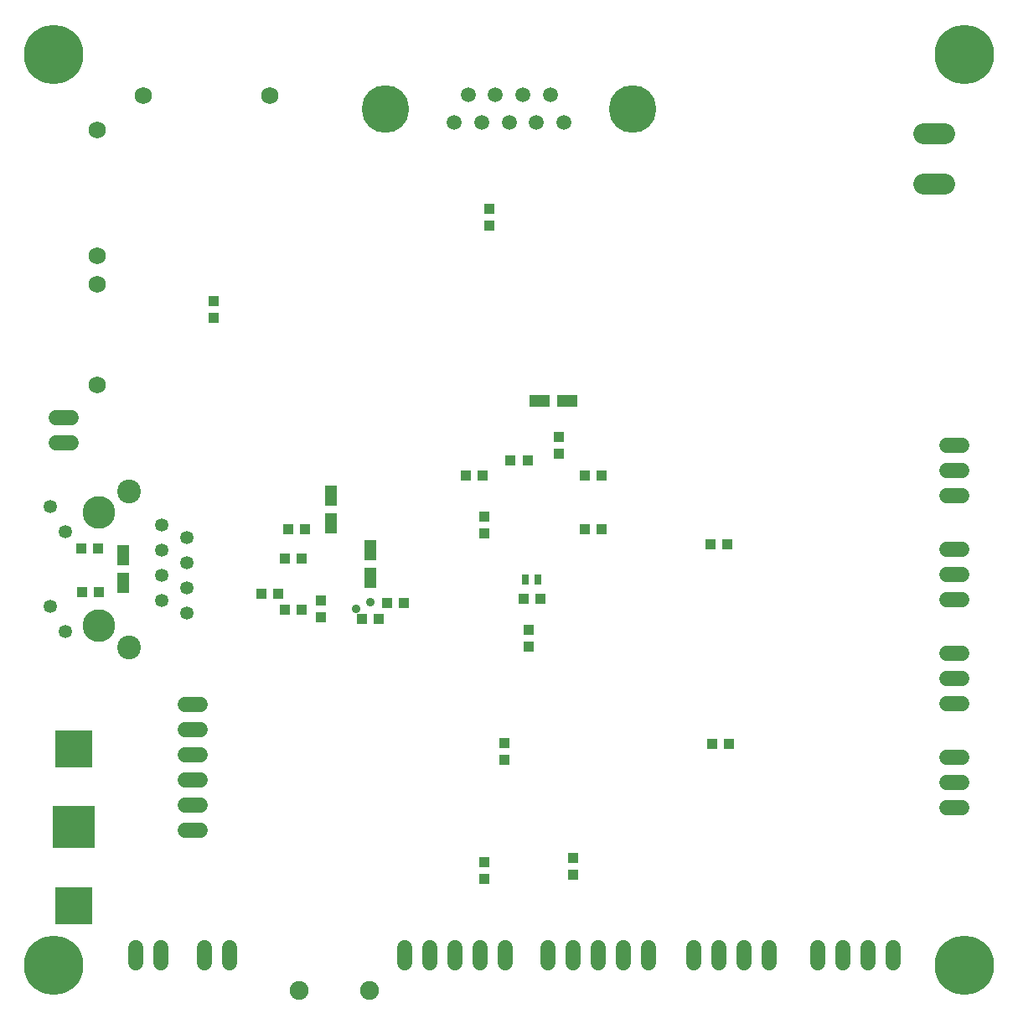
<source format=gbs>
G75*
%MOIN*%
%OFA0B0*%
%FSLAX25Y25*%
%IPPOS*%
%LPD*%
%AMOC8*
5,1,8,0,0,1.08239X$1,22.5*
%
%ADD10C,0.06000*%
%ADD11C,0.07480*%
%ADD12C,0.06900*%
%ADD13C,0.08250*%
%ADD14R,0.03937X0.04331*%
%ADD15R,0.04331X0.03937*%
%ADD16C,0.23622*%
%ADD17C,0.05315*%
%ADD18C,0.09449*%
%ADD19C,0.12992*%
%ADD20R,0.04724X0.07874*%
%ADD21C,0.05906*%
%ADD22C,0.18898*%
%ADD23R,0.02520X0.04016*%
%ADD24R,0.07874X0.04724*%
%ADD25R,0.15000X0.15000*%
%ADD26R,0.17000X0.17000*%
%ADD27C,0.03543*%
D10*
X0100931Y0070894D02*
X0100931Y0076894D01*
X0110931Y0076894D02*
X0110931Y0070894D01*
X0128490Y0070894D02*
X0128490Y0076894D01*
X0138490Y0076894D02*
X0138490Y0070894D01*
X0126647Y0123697D02*
X0120647Y0123697D01*
X0120647Y0133697D02*
X0126647Y0133697D01*
X0126647Y0143697D02*
X0120647Y0143697D01*
X0120647Y0153697D02*
X0126647Y0153697D01*
X0126647Y0163697D02*
X0120647Y0163697D01*
X0120647Y0173697D02*
X0126647Y0173697D01*
X0207978Y0076894D02*
X0207978Y0070894D01*
X0217978Y0070894D02*
X0217978Y0076894D01*
X0227978Y0076894D02*
X0227978Y0070894D01*
X0237978Y0070894D02*
X0237978Y0076894D01*
X0247978Y0076894D02*
X0247978Y0070894D01*
X0265096Y0070894D02*
X0265096Y0076894D01*
X0275096Y0076894D02*
X0275096Y0070894D01*
X0285096Y0070894D02*
X0285096Y0076894D01*
X0295096Y0076894D02*
X0295096Y0070894D01*
X0305096Y0070894D02*
X0305096Y0076894D01*
X0323214Y0076894D02*
X0323214Y0070894D01*
X0333214Y0070894D02*
X0333214Y0076894D01*
X0343214Y0076894D02*
X0343214Y0070894D01*
X0353214Y0070894D02*
X0353214Y0076894D01*
X0372427Y0076894D02*
X0372427Y0070894D01*
X0382427Y0070894D02*
X0382427Y0076894D01*
X0392427Y0076894D02*
X0392427Y0070894D01*
X0402427Y0070894D02*
X0402427Y0076894D01*
X0423797Y0132791D02*
X0429797Y0132791D01*
X0429797Y0142791D02*
X0423797Y0142791D01*
X0423797Y0152791D02*
X0429797Y0152791D01*
X0429797Y0174130D02*
X0423797Y0174130D01*
X0423797Y0184130D02*
X0429797Y0184130D01*
X0429797Y0194130D02*
X0423797Y0194130D01*
X0423797Y0215469D02*
X0429797Y0215469D01*
X0429797Y0225469D02*
X0423797Y0225469D01*
X0423797Y0235469D02*
X0429797Y0235469D01*
X0429797Y0256807D02*
X0423797Y0256807D01*
X0423797Y0266807D02*
X0429797Y0266807D01*
X0429797Y0276807D02*
X0423797Y0276807D01*
X0075466Y0277555D02*
X0069466Y0277555D01*
X0069466Y0287555D02*
X0075466Y0287555D01*
D11*
X0166069Y0060114D03*
X0194218Y0060114D03*
D12*
X0085784Y0300644D03*
X0085784Y0340844D03*
X0085784Y0351943D03*
X0085784Y0402143D03*
X0104059Y0415694D03*
X0154259Y0415694D03*
D13*
X0414483Y0400823D02*
X0422733Y0400823D01*
X0422733Y0380823D02*
X0414483Y0380823D01*
D14*
X0269317Y0279996D03*
X0269317Y0273303D03*
X0239789Y0248500D03*
X0239789Y0241807D03*
X0207702Y0214051D03*
X0201009Y0214051D03*
X0174828Y0215035D03*
X0174828Y0208343D03*
X0247663Y0158343D03*
X0247663Y0151650D03*
X0239789Y0111098D03*
X0239789Y0104406D03*
X0275222Y0105980D03*
X0275222Y0112673D03*
X0086443Y0218382D03*
X0079750Y0218382D03*
X0079356Y0235705D03*
X0086049Y0235705D03*
X0131915Y0327240D03*
X0131915Y0333933D03*
X0241757Y0363854D03*
X0241757Y0370547D03*
D15*
X0250222Y0270744D03*
X0256915Y0270744D03*
X0239198Y0264839D03*
X0232506Y0264839D03*
X0279750Y0264839D03*
X0286443Y0264839D03*
X0286443Y0243185D03*
X0279750Y0243185D03*
X0262033Y0215626D03*
X0255340Y0215626D03*
X0257506Y0203224D03*
X0257506Y0196531D03*
X0197860Y0207752D03*
X0191167Y0207752D03*
X0167151Y0211295D03*
X0160458Y0211295D03*
X0157702Y0217594D03*
X0151009Y0217594D03*
X0160458Y0231768D03*
X0167151Y0231768D03*
X0168332Y0243185D03*
X0161639Y0243185D03*
X0329750Y0237280D03*
X0336443Y0237280D03*
X0337230Y0158146D03*
X0330537Y0158146D03*
D16*
X0068529Y0069957D03*
X0430734Y0069957D03*
X0430734Y0432161D03*
X0068529Y0432161D03*
D17*
X0066956Y0252337D03*
X0072942Y0242344D03*
X0066958Y0212541D03*
X0072940Y0202534D03*
X0111242Y0214940D03*
X0111242Y0224940D03*
X0111242Y0234940D03*
X0111242Y0244940D03*
X0121242Y0239940D03*
X0121242Y0229940D03*
X0121242Y0219940D03*
X0121242Y0209940D03*
D18*
X0098249Y0196436D03*
X0098249Y0258444D03*
D19*
X0086242Y0249940D03*
X0086242Y0204940D03*
D20*
X0096088Y0221925D03*
X0096088Y0232949D03*
X0178765Y0245547D03*
X0178765Y0256571D03*
X0194513Y0234917D03*
X0194513Y0223894D03*
D21*
X0227820Y0404917D03*
X0238726Y0404917D03*
X0249631Y0404917D03*
X0260537Y0404917D03*
X0271443Y0404917D03*
X0265990Y0416098D03*
X0255084Y0416098D03*
X0244179Y0416098D03*
X0233273Y0416098D03*
D22*
X0200439Y0410508D03*
X0298824Y0410508D03*
D23*
X0261206Y0223500D03*
X0256167Y0223500D03*
D24*
X0261836Y0294366D03*
X0272860Y0294366D03*
D25*
X0076403Y0156075D03*
X0076403Y0093575D03*
D26*
X0076403Y0125075D03*
D27*
X0188608Y0211689D03*
X0194513Y0214445D03*
M02*

</source>
